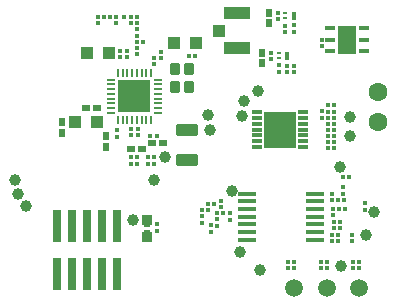
<source format=gts>
G04 Layer_Color=8388736*
%FSLAX25Y25*%
%MOIN*%
G70*
G01*
G75*
%ADD10R,0.01400X0.01400*%
%ADD11R,0.01400X0.01400*%
%ADD12R,0.02913X0.10984*%
%ADD13R,0.01575X0.00984*%
%ADD14R,0.01575X0.02756*%
%ADD15R,0.02362X0.02559*%
%ADD16R,0.05906X0.09449*%
G04:AMPARAMS|DCode=17|XSize=31.89mil|YSize=16.54mil|CornerRadius=2.07mil|HoleSize=0mil|Usage=FLASHONLY|Rotation=180.000|XOffset=0mil|YOffset=0mil|HoleType=Round|Shape=RoundedRectangle|*
%AMROUNDEDRECTD17*
21,1,0.03189,0.01240,0,0,180.0*
21,1,0.02776,0.01654,0,0,180.0*
1,1,0.00413,-0.01388,0.00620*
1,1,0.00413,0.01388,0.00620*
1,1,0.00413,0.01388,-0.00620*
1,1,0.00413,-0.01388,-0.00620*
%
%ADD17ROUNDEDRECTD17*%
G04:AMPARAMS|DCode=18|XSize=61.81mil|YSize=16.14mil|CornerRadius=2.02mil|HoleSize=0mil|Usage=FLASHONLY|Rotation=0.000|XOffset=0mil|YOffset=0mil|HoleType=Round|Shape=RoundedRectangle|*
%AMROUNDEDRECTD18*
21,1,0.06181,0.01211,0,0,0.0*
21,1,0.05778,0.01614,0,0,0.0*
1,1,0.00404,0.02889,-0.00605*
1,1,0.00404,-0.02889,-0.00605*
1,1,0.00404,-0.02889,0.00605*
1,1,0.00404,0.02889,0.00605*
%
%ADD18ROUNDEDRECTD18*%
%ADD19R,0.10630X0.12205*%
%ADD20R,0.03347X0.01181*%
%ADD21R,0.03937X0.03937*%
%ADD22R,0.08661X0.04134*%
%ADD23R,0.04134X0.03937*%
%ADD24R,0.02559X0.02362*%
%ADD25C,0.03937*%
%ADD26R,0.03740X0.03543*%
G04:AMPARAMS|DCode=27|XSize=39.37mil|YSize=70.87mil|CornerRadius=4.92mil|HoleSize=0mil|Usage=FLASHONLY|Rotation=270.000|XOffset=0mil|YOffset=0mil|HoleType=Round|Shape=RoundedRectangle|*
%AMROUNDEDRECTD27*
21,1,0.03937,0.06102,0,0,270.0*
21,1,0.02953,0.07087,0,0,270.0*
1,1,0.00984,-0.03051,-0.01476*
1,1,0.00984,-0.03051,0.01476*
1,1,0.00984,0.03051,0.01476*
1,1,0.00984,0.03051,-0.01476*
%
%ADD27ROUNDEDRECTD27*%
G04:AMPARAMS|DCode=28|XSize=37.4mil|YSize=33.47mil|CornerRadius=3.35mil|HoleSize=0mil|Usage=FLASHONLY|Rotation=90.000|XOffset=0mil|YOffset=0mil|HoleType=Round|Shape=RoundedRectangle|*
%AMROUNDEDRECTD28*
21,1,0.03740,0.02677,0,0,90.0*
21,1,0.03071,0.03347,0,0,90.0*
1,1,0.00669,0.01339,0.01535*
1,1,0.00669,0.01339,-0.01535*
1,1,0.00669,-0.01339,-0.01535*
1,1,0.00669,-0.01339,0.01535*
%
%ADD28ROUNDEDRECTD28*%
G04:AMPARAMS|DCode=29|XSize=8.66mil|YSize=29.92mil|CornerRadius=2.17mil|HoleSize=0mil|Usage=FLASHONLY|Rotation=180.000|XOffset=0mil|YOffset=0mil|HoleType=Round|Shape=RoundedRectangle|*
%AMROUNDEDRECTD29*
21,1,0.00866,0.02559,0,0,180.0*
21,1,0.00433,0.02992,0,0,180.0*
1,1,0.00433,-0.00217,0.01280*
1,1,0.00433,0.00217,0.01280*
1,1,0.00433,0.00217,-0.01280*
1,1,0.00433,-0.00217,-0.01280*
%
%ADD29ROUNDEDRECTD29*%
G04:AMPARAMS|DCode=30|XSize=8.66mil|YSize=29.92mil|CornerRadius=2.17mil|HoleSize=0mil|Usage=FLASHONLY|Rotation=270.000|XOffset=0mil|YOffset=0mil|HoleType=Round|Shape=RoundedRectangle|*
%AMROUNDEDRECTD30*
21,1,0.00866,0.02559,0,0,270.0*
21,1,0.00433,0.02992,0,0,270.0*
1,1,0.00433,-0.01280,-0.00217*
1,1,0.00433,-0.01280,0.00217*
1,1,0.00433,0.01280,0.00217*
1,1,0.00433,0.01280,-0.00217*
%
%ADD30ROUNDEDRECTD30*%
%ADD31R,0.11024X0.11024*%
%ADD54C,0.06299*%
%ADD55C,0.05906*%
D10*
X81055Y29179D02*
D03*
Y27079D02*
D03*
X87332Y32208D02*
D03*
Y34308D02*
D03*
X106792Y77404D02*
D03*
Y79504D02*
D03*
X104015Y81594D02*
D03*
Y83694D02*
D03*
X111693Y92790D02*
D03*
Y90690D02*
D03*
X108927Y90654D02*
D03*
Y92754D02*
D03*
X106293Y94990D02*
D03*
Y97090D02*
D03*
X52515Y95662D02*
D03*
Y93562D02*
D03*
X46430Y95662D02*
D03*
Y93562D02*
D03*
X135361Y31438D02*
D03*
Y33538D02*
D03*
X126484Y20942D02*
D03*
Y23042D02*
D03*
X124496Y23045D02*
D03*
Y20945D02*
D03*
X130980Y20940D02*
D03*
Y23040D02*
D03*
X124759Y29589D02*
D03*
Y31689D02*
D03*
X124458Y34592D02*
D03*
Y36692D02*
D03*
X128089Y36693D02*
D03*
Y38793D02*
D03*
X123024Y64113D02*
D03*
Y66213D02*
D03*
X121187Y88034D02*
D03*
Y85934D02*
D03*
X84111Y26120D02*
D03*
Y24020D02*
D03*
X90292Y30195D02*
D03*
Y28095D02*
D03*
X59484Y46740D02*
D03*
Y48840D02*
D03*
X66258Y26535D02*
D03*
Y24435D02*
D03*
X53921Y84447D02*
D03*
Y82347D02*
D03*
X59453Y89370D02*
D03*
Y91470D02*
D03*
X57346Y58229D02*
D03*
Y56129D02*
D03*
X52628Y57785D02*
D03*
Y55685D02*
D03*
X56151Y82334D02*
D03*
Y84434D02*
D03*
X86174Y26100D02*
D03*
Y28200D02*
D03*
X125040Y64112D02*
D03*
Y66212D02*
D03*
X59444Y85371D02*
D03*
Y83271D02*
D03*
X65271Y81900D02*
D03*
Y79800D02*
D03*
X59871Y56119D02*
D03*
Y58219D02*
D03*
X63021Y48785D02*
D03*
Y46685D02*
D03*
X65203Y48786D02*
D03*
Y46686D02*
D03*
X57318Y48845D02*
D03*
Y46745D02*
D03*
X120997Y64114D02*
D03*
Y62014D02*
D03*
X67361Y81972D02*
D03*
Y84072D02*
D03*
D11*
X81075Y31192D02*
D03*
X83175D02*
D03*
X109541Y79360D02*
D03*
X111641D02*
D03*
X109697Y11970D02*
D03*
X111797D02*
D03*
X109697Y13980D02*
D03*
X111797D02*
D03*
X120806Y11982D02*
D03*
X122906D02*
D03*
X120804Y13985D02*
D03*
X122904D02*
D03*
X131499Y13808D02*
D03*
X133599D02*
D03*
X131499Y11790D02*
D03*
X133599D02*
D03*
X128860Y31701D02*
D03*
X126760D02*
D03*
X128561Y34567D02*
D03*
X126461D02*
D03*
X109544Y77363D02*
D03*
X111644D02*
D03*
X128065Y42172D02*
D03*
X130165D02*
D03*
X125134Y51972D02*
D03*
X123034D02*
D03*
X125120Y53930D02*
D03*
X123020D02*
D03*
X125110Y55919D02*
D03*
X123010D02*
D03*
X125110Y57927D02*
D03*
X123010D02*
D03*
X125115Y59984D02*
D03*
X123015D02*
D03*
X125114Y62008D02*
D03*
X123014D02*
D03*
X127130Y25337D02*
D03*
X125030D02*
D03*
X86185Y30198D02*
D03*
X88285D02*
D03*
X127131Y27318D02*
D03*
X125031D02*
D03*
X76846Y82734D02*
D03*
X78946D02*
D03*
X59459Y93622D02*
D03*
X57359D02*
D03*
X50542Y95660D02*
D03*
X48442D02*
D03*
X59444Y87370D02*
D03*
X61544D02*
D03*
X55258Y95666D02*
D03*
X57358D02*
D03*
X59460Y95667D02*
D03*
X57360D02*
D03*
X63870Y56091D02*
D03*
X65970D02*
D03*
X83170Y33252D02*
D03*
X85270D02*
D03*
D12*
X37672Y25823D02*
D03*
X32672D02*
D03*
Y9799D02*
D03*
X37672D02*
D03*
X42672Y25823D02*
D03*
X47672D02*
D03*
X52672D02*
D03*
X42672Y9799D02*
D03*
X47672D02*
D03*
X52672D02*
D03*
D13*
X108945Y95183D02*
D03*
Y96955D02*
D03*
X106785Y83624D02*
D03*
Y81852D02*
D03*
D14*
X111701Y96069D02*
D03*
X109541Y82738D02*
D03*
D15*
X101278Y80138D02*
D03*
Y83682D02*
D03*
X103552Y93559D02*
D03*
Y97103D02*
D03*
X62707Y26850D02*
D03*
Y23306D02*
D03*
X34369Y60562D02*
D03*
Y57018D02*
D03*
X49123Y55835D02*
D03*
Y52291D02*
D03*
D16*
X129530Y88084D02*
D03*
D17*
X123822Y84147D02*
D03*
Y88084D02*
D03*
Y92021D02*
D03*
X135239D02*
D03*
Y88084D02*
D03*
Y84147D02*
D03*
D18*
X96197Y36769D02*
D03*
Y34210D02*
D03*
Y31651D02*
D03*
Y29092D02*
D03*
Y26533D02*
D03*
Y23974D02*
D03*
Y21415D02*
D03*
X118795D02*
D03*
Y23974D02*
D03*
Y26533D02*
D03*
Y29092D02*
D03*
Y31651D02*
D03*
Y34210D02*
D03*
Y36769D02*
D03*
D19*
X106970Y58083D02*
D03*
D20*
X99293Y52178D02*
D03*
Y54146D02*
D03*
Y56115D02*
D03*
Y58083D02*
D03*
Y60052D02*
D03*
Y62020D02*
D03*
Y63989D02*
D03*
X114647D02*
D03*
Y62020D02*
D03*
Y60052D02*
D03*
Y58083D02*
D03*
Y56115D02*
D03*
Y54146D02*
D03*
Y52178D02*
D03*
D21*
X71758Y86982D02*
D03*
X79238D02*
D03*
X38679Y60566D02*
D03*
X46159D02*
D03*
X50117Y83490D02*
D03*
X42637D02*
D03*
D22*
X92801Y96912D02*
D03*
Y85298D02*
D03*
D23*
X86797Y91105D02*
D03*
D24*
X60964Y51734D02*
D03*
X57420D02*
D03*
X64510Y53455D02*
D03*
X68054D02*
D03*
X46062Y65259D02*
D03*
X42518D02*
D03*
D25*
X68766Y49034D02*
D03*
X138433Y30596D02*
D03*
X65123Y41397D02*
D03*
X135670Y22923D02*
D03*
X91007Y37748D02*
D03*
X100318Y11331D02*
D03*
X127502Y12556D02*
D03*
X83943Y57862D02*
D03*
X58064Y27930D02*
D03*
X93673Y17410D02*
D03*
X83155Y62809D02*
D03*
X99638Y70863D02*
D03*
X95002Y67628D02*
D03*
X22395Y32553D02*
D03*
X94503Y62700D02*
D03*
X18909Y41273D02*
D03*
X19789Y36776D02*
D03*
X130524Y62186D02*
D03*
X130617Y56105D02*
D03*
X127118Y45527D02*
D03*
D26*
X62684Y27883D02*
D03*
Y22371D02*
D03*
D27*
X76209Y48081D02*
D03*
Y57924D02*
D03*
D28*
X72249Y72446D02*
D03*
Y78155D02*
D03*
X76777Y72446D02*
D03*
Y78155D02*
D03*
D29*
X54669Y61347D02*
D03*
X53094D02*
D03*
X57819D02*
D03*
X56244D02*
D03*
Y77095D02*
D03*
X53094D02*
D03*
X54669D02*
D03*
X60968Y61347D02*
D03*
X59394D02*
D03*
X64118D02*
D03*
X62543D02*
D03*
X59394Y77095D02*
D03*
X57819D02*
D03*
X62543D02*
D03*
X60968D02*
D03*
X64118D02*
D03*
D30*
X50732Y65284D02*
D03*
Y63709D02*
D03*
Y70008D02*
D03*
Y71583D02*
D03*
Y66859D02*
D03*
Y68434D02*
D03*
Y73158D02*
D03*
Y74733D02*
D03*
X66480Y63709D02*
D03*
Y65284D02*
D03*
Y66859D02*
D03*
Y71583D02*
D03*
Y73158D02*
D03*
Y68434D02*
D03*
Y70008D02*
D03*
Y74733D02*
D03*
D31*
X58606Y69221D02*
D03*
D54*
X139700Y60654D02*
D03*
Y70654D02*
D03*
D55*
X111783Y5318D02*
D03*
X122878D02*
D03*
X133553D02*
D03*
M02*

</source>
